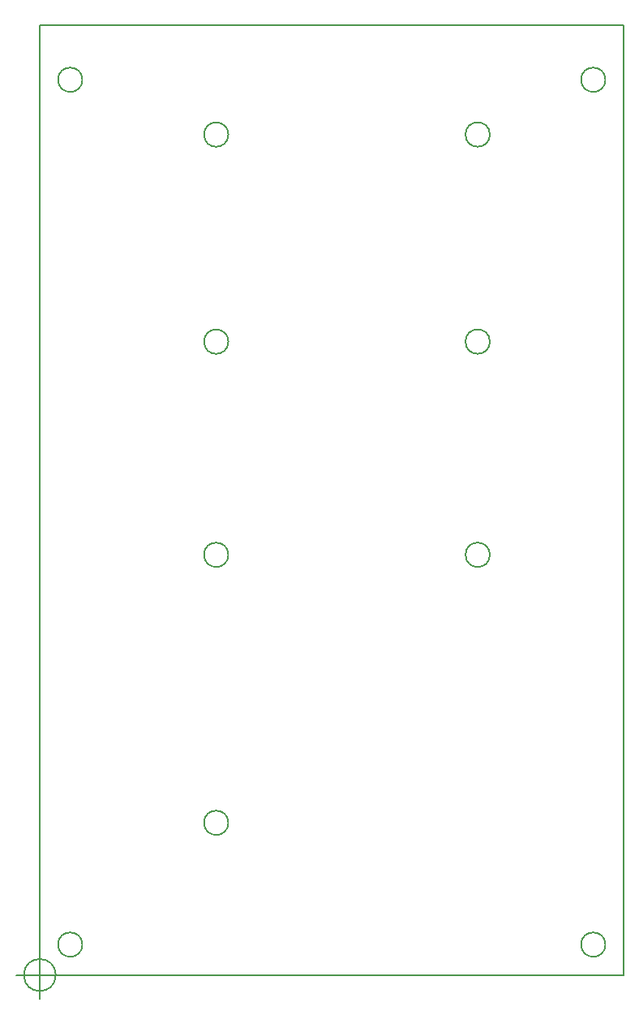
<source format=gm1>
G04 #@! TF.FileFunction,Profile,NP*
%FSLAX46Y46*%
G04 Gerber Fmt 4.6, Leading zero omitted, Abs format (unit mm)*
G04 Created by KiCad (PCBNEW 4.0.7) date 05/06/19 05:29:45*
%MOMM*%
%LPD*%
G01*
G04 APERTURE LIST*
%ADD10C,0.100000*%
%ADD11C,0.127000*%
G04 APERTURE END LIST*
D10*
D11*
X127127000Y-141859000D02*
G75*
G03X127127000Y-141859000I-1270000J0D01*
G01*
X109108666Y-157734000D02*
G75*
G03X109108666Y-157734000I-1666666J0D01*
G01*
X104942000Y-157734000D02*
X109942000Y-157734000D01*
X107442000Y-155234000D02*
X107442000Y-160234000D01*
X109108666Y-157734000D02*
G75*
G03X109108666Y-157734000I-1666666J0D01*
G01*
X104942000Y-157734000D02*
X109942000Y-157734000D01*
X107442000Y-155234000D02*
X107442000Y-160234000D01*
X127127000Y-113919000D02*
G75*
G03X127127000Y-113919000I-1270000J0D01*
G01*
X154432000Y-113919000D02*
G75*
G03X154432000Y-113919000I-1270000J0D01*
G01*
X127127000Y-91694000D02*
G75*
G03X127127000Y-91694000I-1270000J0D01*
G01*
X154432000Y-91694000D02*
G75*
G03X154432000Y-91694000I-1270000J0D01*
G01*
X154432000Y-70104000D02*
G75*
G03X154432000Y-70104000I-1270000J0D01*
G01*
X127127000Y-70104000D02*
G75*
G03X127127000Y-70104000I-1270000J0D01*
G01*
X111887000Y-154559000D02*
G75*
G03X111887000Y-154559000I-1270000J0D01*
G01*
X166497000Y-154559000D02*
G75*
G03X166497000Y-154559000I-1270000J0D01*
G01*
X166497000Y-64389000D02*
G75*
G03X166497000Y-64389000I-1270000J0D01*
G01*
X111887000Y-64389000D02*
G75*
G03X111887000Y-64389000I-1270000J0D01*
G01*
X107442000Y-157734000D02*
X168402000Y-157734000D01*
X107442000Y-58674000D02*
X107442000Y-157734000D01*
X168402000Y-58674000D02*
X107442000Y-58674000D01*
X168402000Y-157734000D02*
X168402000Y-58674000D01*
M02*

</source>
